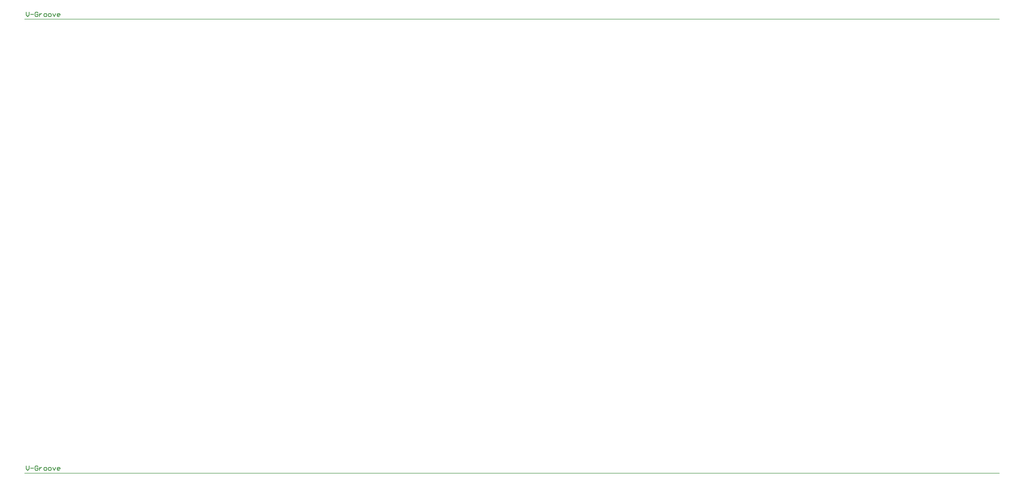
<source format=gbr>
G04 Layer_Color=16711935*
%FSLAX25Y25*%
%MOIN*%
%TF.FileFunction,Other,Mechanical_31*%
%TF.Part,CustomerPanel*%
G01*
G75*
%TA.AperFunction,NonConductor*%
%ADD141C,0.00787*%
%ADD143C,0.01000*%
D141*
X-78740Y629921D02*
X1242126D01*
X-78740Y13780D02*
X1242126D01*
D143*
X-76772Y23715D02*
Y19716D01*
X-74772Y17717D01*
X-72773Y19716D01*
Y23715D01*
X-70774Y20716D02*
X-66775D01*
X-60777Y22715D02*
X-61777Y23715D01*
X-63776D01*
X-64776Y22715D01*
Y18716D01*
X-63776Y17717D01*
X-61777D01*
X-60777Y18716D01*
Y20716D01*
X-62776D01*
X-58777Y21715D02*
Y17717D01*
Y19716D01*
X-57778Y20716D01*
X-56778Y21715D01*
X-55778D01*
X-51780Y17717D02*
X-49780D01*
X-48781Y18716D01*
Y20716D01*
X-49780Y21715D01*
X-51780D01*
X-52779Y20716D01*
Y18716D01*
X-51780Y17717D01*
X-45782D02*
X-43782D01*
X-42783Y18716D01*
Y20716D01*
X-43782Y21715D01*
X-45782D01*
X-46781Y20716D01*
Y18716D01*
X-45782Y17717D01*
X-40783Y21715D02*
X-38784Y17717D01*
X-36785Y21715D01*
X-31786Y17717D02*
X-33786D01*
X-34785Y18716D01*
Y20716D01*
X-33786Y21715D01*
X-31786D01*
X-30786Y20716D01*
Y19716D01*
X-34785D01*
X-76772Y639856D02*
Y635858D01*
X-74772Y633858D01*
X-72773Y635858D01*
Y639856D01*
X-70774Y636857D02*
X-66775D01*
X-60777Y638857D02*
X-61777Y639856D01*
X-63776D01*
X-64776Y638857D01*
Y634858D01*
X-63776Y633858D01*
X-61777D01*
X-60777Y634858D01*
Y636857D01*
X-62776D01*
X-58777Y637857D02*
Y633858D01*
Y635858D01*
X-57778Y636857D01*
X-56778Y637857D01*
X-55778D01*
X-51780Y633858D02*
X-49780D01*
X-48781Y634858D01*
Y636857D01*
X-49780Y637857D01*
X-51780D01*
X-52779Y636857D01*
Y634858D01*
X-51780Y633858D01*
X-45782D02*
X-43782D01*
X-42783Y634858D01*
Y636857D01*
X-43782Y637857D01*
X-45782D01*
X-46781Y636857D01*
Y634858D01*
X-45782Y633858D01*
X-40783Y637857D02*
X-38784Y633858D01*
X-36785Y637857D01*
X-31786Y633858D02*
X-33786D01*
X-34785Y634858D01*
Y636857D01*
X-33786Y637857D01*
X-31786D01*
X-30786Y636857D01*
Y635858D01*
X-34785D01*
%TF.MD5,947decf7cbb63373f8f01c4feda7b79e*%
M02*

</source>
